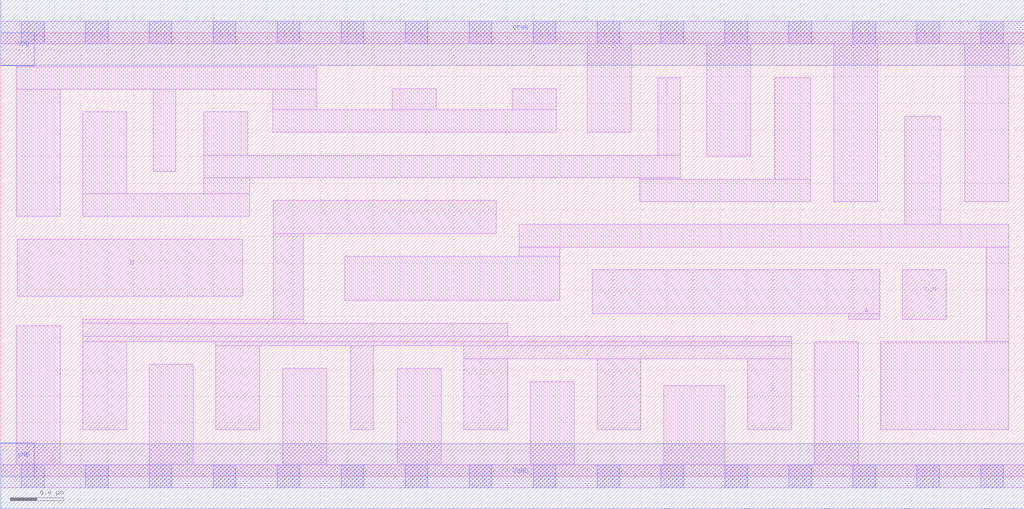
<source format=lef>
# Copyright 2020 The SkyWater PDK Authors
#
# Licensed under the Apache License, Version 2.0 (the "License");
# you may not use this file except in compliance with the License.
# You may obtain a copy of the License at
#
#     https://www.apache.org/licenses/LICENSE-2.0
#
# Unless required by applicable law or agreed to in writing, software
# distributed under the License is distributed on an "AS IS" BASIS,
# WITHOUT WARRANTIES OR CONDITIONS OF ANY KIND, either express or implied.
# See the License for the specific language governing permissions and
# limitations under the License.
#
# SPDX-License-Identifier: Apache-2.0

VERSION 5.5 ;
NAMESCASESENSITIVE ON ;
BUSBITCHARS "[]" ;
DIVIDERCHAR "/" ;
MACRO sky130_fd_sc_ms__nor3b_4
  CLASS CORE ;
  SOURCE USER ;
  ORIGIN  0.000000  0.000000 ;
  SIZE  7.680000 BY  3.330000 ;
  SYMMETRY X Y ;
  SITE unit ;
  PIN A
    ANTENNAGATEAREA  1.116000 ;
    DIRECTION INPUT ;
    USE SIGNAL ;
    PORT
      LAYER li1 ;
        RECT 4.440000 1.220000 6.595000 1.550000 ;
        RECT 6.365000 1.180000 6.595000 1.220000 ;
    END
  END A
  PIN B
    ANTENNAGATEAREA  1.116000 ;
    DIRECTION INPUT ;
    USE SIGNAL ;
    PORT
      LAYER li1 ;
        RECT 0.125000 1.350000 1.815000 1.780000 ;
    END
  END B
  PIN C_N
    ANTENNAGATEAREA  0.363000 ;
    DIRECTION INPUT ;
    USE SIGNAL ;
    PORT
      LAYER li1 ;
        RECT 6.765000 1.180000 7.095000 1.550000 ;
    END
  END C_N
  PIN Y
    ANTENNADIFFAREA  1.985500 ;
    DIRECTION OUTPUT ;
    USE SIGNAL ;
    PORT
      LAYER li1 ;
        RECT 0.615000 0.350000 0.945000 1.010000 ;
        RECT 0.615000 1.010000 5.935000 1.050000 ;
        RECT 0.615000 1.050000 3.805000 1.150000 ;
        RECT 0.615000 1.150000 2.275000 1.180000 ;
        RECT 1.615000 0.350000 1.945000 0.980000 ;
        RECT 1.615000 0.980000 5.935000 1.010000 ;
        RECT 2.045000 1.180000 2.275000 1.820000 ;
        RECT 2.045000 1.820000 3.720000 2.070000 ;
        RECT 2.625000 0.350000 2.795000 0.980000 ;
        RECT 3.475000 0.350000 3.805000 0.880000 ;
        RECT 3.475000 0.880000 5.935000 0.980000 ;
        RECT 4.475000 0.350000 4.805000 0.880000 ;
        RECT 5.605000 0.350000 5.935000 0.880000 ;
    END
  END Y
  PIN VGND
    DIRECTION INOUT ;
    USE GROUND ;
    PORT
      LAYER met1 ;
        RECT 0.000000 -0.245000 7.680000 0.245000 ;
    END
  END VGND
  PIN VNB
    DIRECTION INOUT ;
    USE GROUND ;
    PORT
      LAYER met1 ;
        RECT 0.000000 0.000000 0.250000 0.250000 ;
    END
  END VNB
  PIN VPB
    DIRECTION INOUT ;
    USE POWER ;
    PORT
      LAYER met1 ;
        RECT 0.000000 3.080000 0.250000 3.330000 ;
    END
  END VPB
  PIN VPWR
    DIRECTION INOUT ;
    USE POWER ;
    PORT
      LAYER met1 ;
        RECT 0.000000 3.085000 7.680000 3.575000 ;
    END
  END VPWR
  OBS
    LAYER li1 ;
      RECT 0.000000 -0.085000 7.680000 0.085000 ;
      RECT 0.000000  3.245000 7.680000 3.415000 ;
      RECT 0.115000  0.085000 0.445000 1.130000 ;
      RECT 0.115000  1.950000 0.445000 2.905000 ;
      RECT 0.115000  2.905000 2.370000 3.075000 ;
      RECT 0.615000  1.950000 1.870000 2.120000 ;
      RECT 0.615000  2.120000 0.945000 2.735000 ;
      RECT 1.115000  0.085000 1.445000 0.840000 ;
      RECT 1.145000  2.290000 1.315000 2.905000 ;
      RECT 1.525000  2.120000 1.870000 2.240000 ;
      RECT 1.525000  2.240000 5.100000 2.410000 ;
      RECT 1.525000  2.410000 1.855000 2.735000 ;
      RECT 2.040000  2.580000 4.170000 2.750000 ;
      RECT 2.040000  2.750000 2.370000 2.905000 ;
      RECT 2.115000  0.085000 2.445000 0.810000 ;
      RECT 2.580000  1.320000 4.195000 1.650000 ;
      RECT 2.940000  2.750000 3.270000 2.910000 ;
      RECT 2.975000  0.085000 3.305000 0.810000 ;
      RECT 3.840000  2.750000 4.170000 2.910000 ;
      RECT 3.890000  1.650000 4.195000 1.720000 ;
      RECT 3.890000  1.720000 7.565000 1.890000 ;
      RECT 3.975000  0.085000 4.305000 0.710000 ;
      RECT 4.400000  2.580000 4.730000 3.245000 ;
      RECT 4.795000  2.060000 6.080000 2.230000 ;
      RECT 4.795000  2.230000 5.100000 2.240000 ;
      RECT 4.930000  2.410000 5.100000 2.990000 ;
      RECT 4.975000  0.085000 5.435000 0.680000 ;
      RECT 5.300000  2.400000 5.630000 3.245000 ;
      RECT 5.810000  2.230000 6.080000 2.990000 ;
      RECT 6.105000  0.085000 6.435000 1.010000 ;
      RECT 6.250000  2.060000 6.580000 3.245000 ;
      RECT 6.605000  0.350000 7.565000 1.010000 ;
      RECT 6.785000  1.890000 7.055000 2.700000 ;
      RECT 7.235000  2.060000 7.565000 3.245000 ;
      RECT 7.395000  1.010000 7.565000 1.720000 ;
    LAYER mcon ;
      RECT 0.155000 -0.085000 0.325000 0.085000 ;
      RECT 0.155000  3.245000 0.325000 3.415000 ;
      RECT 0.635000 -0.085000 0.805000 0.085000 ;
      RECT 0.635000  3.245000 0.805000 3.415000 ;
      RECT 1.115000 -0.085000 1.285000 0.085000 ;
      RECT 1.115000  3.245000 1.285000 3.415000 ;
      RECT 1.595000 -0.085000 1.765000 0.085000 ;
      RECT 1.595000  3.245000 1.765000 3.415000 ;
      RECT 2.075000 -0.085000 2.245000 0.085000 ;
      RECT 2.075000  3.245000 2.245000 3.415000 ;
      RECT 2.555000 -0.085000 2.725000 0.085000 ;
      RECT 2.555000  3.245000 2.725000 3.415000 ;
      RECT 3.035000 -0.085000 3.205000 0.085000 ;
      RECT 3.035000  3.245000 3.205000 3.415000 ;
      RECT 3.515000 -0.085000 3.685000 0.085000 ;
      RECT 3.515000  3.245000 3.685000 3.415000 ;
      RECT 3.995000 -0.085000 4.165000 0.085000 ;
      RECT 3.995000  3.245000 4.165000 3.415000 ;
      RECT 4.475000 -0.085000 4.645000 0.085000 ;
      RECT 4.475000  3.245000 4.645000 3.415000 ;
      RECT 4.955000 -0.085000 5.125000 0.085000 ;
      RECT 4.955000  3.245000 5.125000 3.415000 ;
      RECT 5.435000 -0.085000 5.605000 0.085000 ;
      RECT 5.435000  3.245000 5.605000 3.415000 ;
      RECT 5.915000 -0.085000 6.085000 0.085000 ;
      RECT 5.915000  3.245000 6.085000 3.415000 ;
      RECT 6.395000 -0.085000 6.565000 0.085000 ;
      RECT 6.395000  3.245000 6.565000 3.415000 ;
      RECT 6.875000 -0.085000 7.045000 0.085000 ;
      RECT 6.875000  3.245000 7.045000 3.415000 ;
      RECT 7.355000 -0.085000 7.525000 0.085000 ;
      RECT 7.355000  3.245000 7.525000 3.415000 ;
  END
END sky130_fd_sc_ms__nor3b_4

</source>
